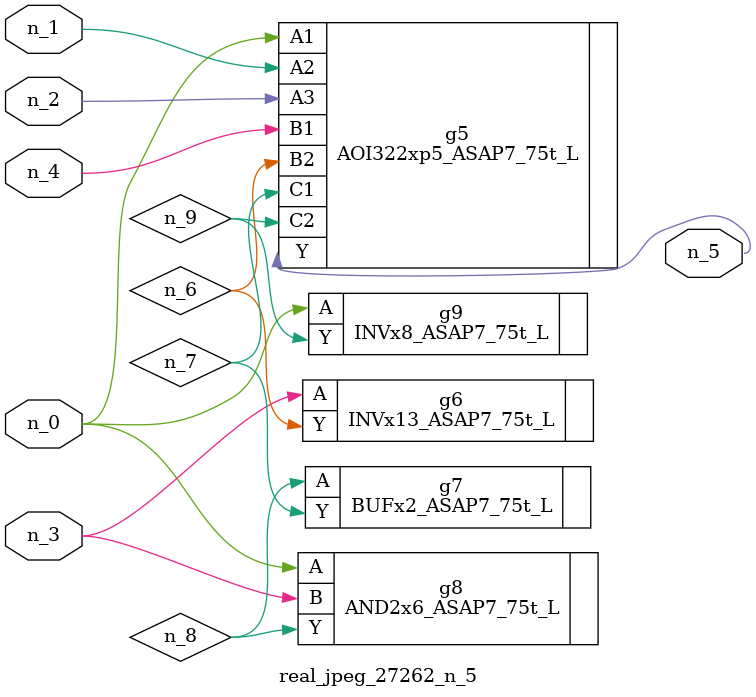
<source format=v>
module real_jpeg_27262_n_5 (n_4, n_0, n_1, n_2, n_3, n_5);

input n_4;
input n_0;
input n_1;
input n_2;
input n_3;

output n_5;

wire n_8;
wire n_6;
wire n_7;
wire n_9;

AOI322xp5_ASAP7_75t_L g5 ( 
.A1(n_0),
.A2(n_1),
.A3(n_2),
.B1(n_4),
.B2(n_6),
.C1(n_7),
.C2(n_9),
.Y(n_5)
);

AND2x6_ASAP7_75t_L g8 ( 
.A(n_0),
.B(n_3),
.Y(n_8)
);

INVx8_ASAP7_75t_L g9 ( 
.A(n_0),
.Y(n_9)
);

INVx13_ASAP7_75t_L g6 ( 
.A(n_3),
.Y(n_6)
);

BUFx2_ASAP7_75t_L g7 ( 
.A(n_8),
.Y(n_7)
);


endmodule
</source>
